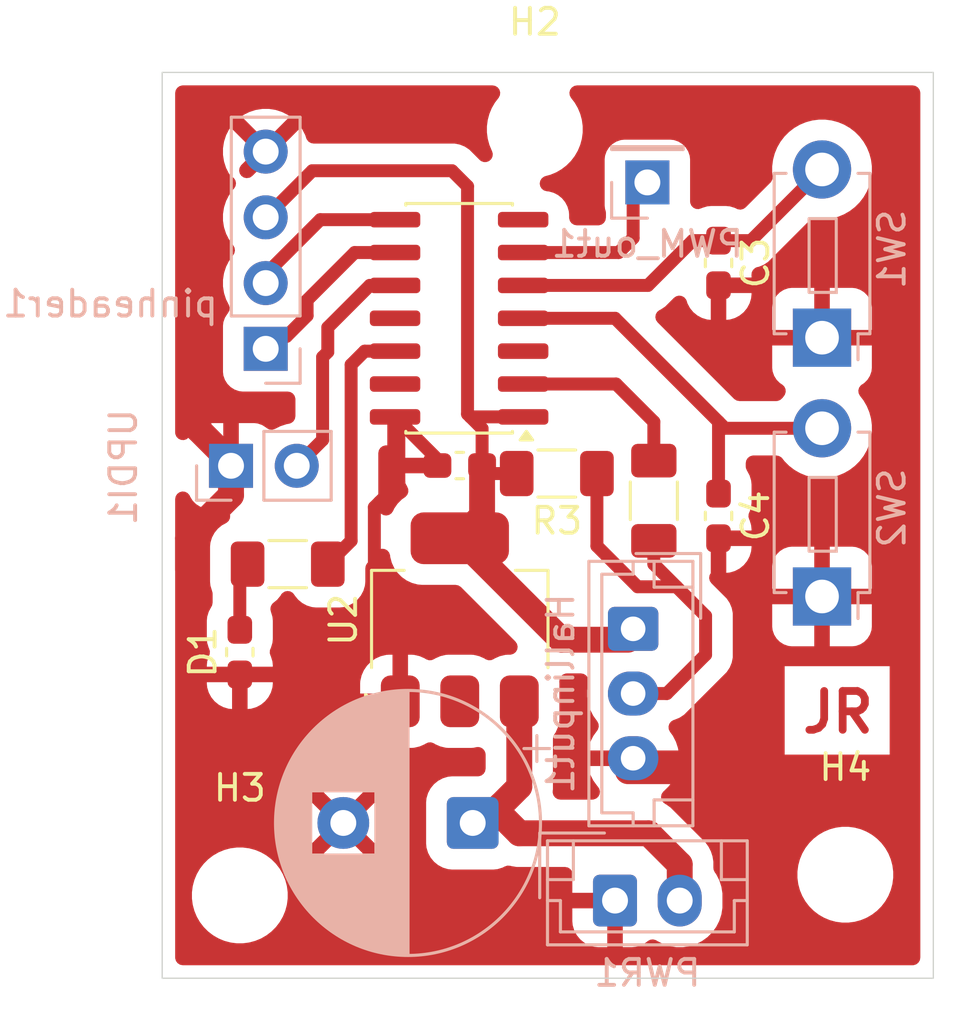
<source format=kicad_pcb>
(kicad_pcb (version 20241229) (generator "pcbnew") (generator_version "9.0")
  (layers (0 "F.Cu" signal) (2 "B.Cu" signal) (13 "F.Paste" user) (15 "B.Paste" user) (5 "F.SilkS" user "F.Silkscreen") (7 "B.SilkS" user "B.Silkscreen") (1 "F.Mask" user) (3 "B.Mask" user) (25 "Edge.Cuts" user))
  (net 0 "")
  (net 1 "Vin")
  (net 2 "GND")
  (net 3 "3.3V")
  (net 4 "PA7")
  (net 5 "PA6")
  (net 6 "Net-(D1-A)")
  (net 7 "Net-(Hallinput1-Pin_2)")
  (net 8 "Wo0")
  (net 9 "PA4")
  (net 10 "Net-(U1-PA2)")
  (net 14 "SCK")
  (net 16 "Net-(U1-~{RESET}{slash}PA0)")
  (net 17 "SDA")
  (footprint "Package_TO_SOT_SMD:SOT-223-3_TabPin2" (layer "F.Cu") (at 147.5 97.15 90)
    (property "Reference" "U2" (at 0 -4.5 90) (layer "F.SilkS"))
    (property "Value" "AMS1117-3.3" (hide yes))
    (fp_line (start 1.91 -3.41) (end 1.91 -2.15) (stroke (width 0.12)) (layer "F.SilkS"))
    (fp_line (start -1.85 -3.41) (end 1.91 -3.41) (stroke (width 0.12)) (layer "F.SilkS"))
    (fp_line (start 1.91 3.41) (end 1.91 2.15) (stroke (width 0.12)) (layer "F.SilkS"))
    (fp_line (start -1.85 3.41) (end 1.91 3.41) (stroke (width 0.12)) (layer "F.SilkS"))
    (fp_poly (pts (xy -3.13 -3.31) (xy -3.37 -3.64) (xy -2.89 -3.64) (xy -3.13 -3.31)) (stroke (width 0.12)) (fill yes) (layer "F.SilkS"))
    (pad "1" smd roundrect (at -3.15 -2.3 90) (size 2 1.5) (layers "F.Cu" "F.Mask" "F.Paste") (net 2 "GND"))
    (pad "2" smd roundrect (at -3.15 0 90) (size 2 1.5) (layers "F.Cu" "F.Mask" "F.Paste") (net 3 "3.3V"))
    (pad "2" smd roundrect (at 3.15 0 90) (size 2 3.8) (layers "F.Cu" "F.Mask" "F.Paste") (net 3 "3.3V"))
    (pad "3" smd roundrect (at -3.15 2.3 90) (size 2 1.5) (layers "F.Cu" "F.Mask" "F.Paste") (net 1 "Vin"))
  )
  (footprint "Resistor_SMD:R_1206_3216Metric_Pad1.30x1.75mm_HandSolder" (layer "F.Cu") (at 140.85 95 180)
    (property "Reference" "R2" (hide yes))
    (property "Value" "1k")
    (fp_line (start -0.727064 0.91) (end 0.727064 0.91) (stroke (width 0.12)) (layer "F.SilkS"))
    (fp_line (start -0.727064 -0.91) (end 0.727064 -0.91) (stroke (width 0.12)) (layer "F.SilkS"))
    (pad "1" smd roundrect (at -1.55 0 180) (size 1.3 1.75) (layers "F.Cu" "F.Mask" "F.Paste") (roundrect_rratio 0.192308) (net 10 "Net-(U1-PA2)"))
    (pad "2" smd roundrect (at 1.55 0 180) (size 1.3 1.75) (layers "F.Cu" "F.Mask" "F.Paste") (roundrect_rratio 0.192308) (net 6 "Net-(D1-A)"))
  )
  (footprint "Resistor_SMD:R_1206_3216Metric_Pad1.30x1.75mm_HandSolder" (layer "F.Cu") (at 151.25 91.5 180)
    (property "Reference" "R3" (at 0 -1.83 0) (layer "F.SilkS"))
    (property "Value" "4.7k")
    (fp_line (start -0.727064 0.91) (end 0.727064 0.91) (stroke (width 0.12)) (layer "F.SilkS"))
    (fp_line (start -0.727064 -0.91) (end 0.727064 -0.91) (stroke (width 0.12)) (layer "F.SilkS"))
    (pad "1" smd roundrect (at -1.55 0 180) (size 1.3 1.75) (layers "F.Cu" "F.Mask" "F.Paste") (roundrect_rratio 0.192308) (net 7 "Net-(Hallinput1-Pin_2)"))
    (pad "2" smd roundrect (at 1.55 0 180) (size 1.3 1.75) (layers "F.Cu" "F.Mask" "F.Paste") (roundrect_rratio 0.192308) (net 3 "3.3V"))
  )
  (footprint "Resistor_SMD:R_1206_3216Metric_Pad1.30x1.75mm_HandSolder" (layer "F.Cu") (at 155 92.55 -90)
    (property "Reference" "R1" (hide yes))
    (property "Value" "1k")
    (fp_line (start -0.727064 0.91) (end 0.727064 0.91) (stroke (width 0.12)) (layer "F.SilkS"))
    (fp_line (start -0.727064 -0.91) (end 0.727064 -0.91) (stroke (width 0.12)) (layer "F.SilkS"))
    (pad "1" smd roundrect (at -1.55 0 270) (size 1.3 1.75) (layers "F.Cu" "F.Mask" "F.Paste") (roundrect_rratio 0.192308) (net 9 "PA4"))
    (pad "2" smd roundrect (at 1.55 0 270) (size 1.3 1.75) (layers "F.Cu" "F.Mask" "F.Paste") (roundrect_rratio 0.192308) (net 7 "Net-(Hallinput1-Pin_2)"))
  )
  (footprint "Capacitor_SMD:C_0603_1608Metric_Pad1.08x0.95mm_HandSolder" (layer "F.Cu") (at 157.5 83.3625 -90)
    (property "Reference" "C3" (at 0 -1.43 90) (layer "F.SilkS"))
    (property "Value" "10n")
    (fp_line (start -0.146267 0.51) (end 0.146267 0.51) (stroke (width 0.12)) (layer "F.SilkS"))
    (fp_line (start -0.146267 -0.51) (end 0.146267 -0.51) (stroke (width 0.12)) (layer "F.SilkS"))
    (pad "1" smd roundrect (at -0.8625 0 270) (size 1.075 0.95) (layers "F.Cu" "F.Mask" "F.Paste") (net 4 "PA7"))
    (pad "2" smd roundrect (at 0.8625 0 270) (size 1.075 0.95) (layers "F.Cu" "F.Mask" "F.Paste") (net 2 "GND"))
  )
  (footprint "Capacitor_SMD:C_0603_1608Metric_Pad1.08x0.95mm_HandSolder" (layer "F.Cu") (at 139 98.4 90)
    (property "Reference" "D1" (at 0 -1.43 90) (layer "F.SilkS"))
    (property "Value" "LED")
    (fp_line (start -0.146267 -0.51) (end 0.146267 -0.51) (stroke (width 0.12)) (layer "F.SilkS"))
    (fp_line (start -0.146267 0.51) (end 0.146267 0.51) (stroke (width 0.12)) (layer "F.SilkS"))
    (pad "1" smd roundrect (at -0.8625 0 90) (size 1.075 0.95) (layers "F.Cu" "F.Mask" "F.Paste") (net 2 "GND"))
    (pad "2" smd roundrect (at 0.8625 0 90) (size 1.075 0.95) (layers "F.Cu" "F.Mask" "F.Paste") (net 6 "Net-(D1-A)"))
  )
  (footprint "Capacitor_SMD:C_0603_1608Metric_Pad1.08x0.95mm_HandSolder" (layer "F.Cu") (at 157.5 93.1375 -90)
    (property "Reference" "C4" (at 0 -1.43 90) (layer "F.SilkS"))
    (property "Value" "10n")
    (fp_line (start -0.146267 0.51) (end 0.146267 0.51) (stroke (width 0.12)) (layer "F.SilkS"))
    (fp_line (start -0.146267 -0.51) (end 0.146267 -0.51) (stroke (width 0.12)) (layer "F.SilkS"))
    (pad "1" smd roundrect (at -0.8625 0 270) (size 1.075 0.95) (layers "F.Cu" "F.Mask" "F.Paste") (net 5 "PA6"))
    (pad "2" smd roundrect (at 0.8625 0 270) (size 1.075 0.95) (layers "F.Cu" "F.Mask" "F.Paste") (net 2 "GND"))
  )
  (footprint "MountingHole:MountingHole_3.2mm_M3" (layer "F.Cu") (at 139 107.8)
    (property "Reference" "H3" (at 0 -4.15 0) (layer "F.SilkS"))
    (property "Value" "MountingHole")
    (pad "" np_thru_hole circle (at 0 0) (size 3.2 3.2) (drill 3.2) (layers "*.Cu" "*.Mask"))
  )
  (footprint "MountingHole:MountingHole_3.2mm_M3" (layer "F.Cu") (at 162.4 107)
    (property "Reference" "H4" (at 0 -4.15 0) (layer "F.SilkS"))
    (property "Value" "MountingHole")
    (pad "" np_thru_hole circle (at 0 0) (size 3.2 3.2) (drill 3.2) (layers "*.Cu" "*.Mask"))
  )
  (footprint "MountingHole:MountingHole_3.2mm_M3" (layer "F.Cu") (at 150.4 78.2)
    (property "Reference" "H2" (at 0 -4.15 0) (layer "F.SilkS"))
    (property "Value" "MountingHole")
    (pad "" np_thru_hole circle (at 0 0) (size 3.2 3.2) (drill 3.2) (layers "*.Cu" "*.Mask"))
  )
  (footprint "Package_SO:SOIC-14_3.9x8.7mm_P1.27mm" (layer "F.Cu") (at 147.475 85.5 180)
    (property "Reference" "U1" (hide yes))
    (property "Value" "ATtiny814-SS")
    (fp_line (start 2.06 4.435) (end -2.06 4.435) (stroke (width 0.12)) (layer "F.SilkS"))
    (fp_line (start 2.06 4.37) (end 2.06 4.435) (stroke (width 0.12)) (layer "F.SilkS"))
    (fp_line (start 2.06 -4.435) (end 2.06 -4.37) (stroke (width 0.12)) (layer "F.SilkS"))
    (fp_line (start -2.06 4.435) (end -2.06 4.37) (stroke (width 0.12)) (layer "F.SilkS"))
    (fp_line (start -2.06 -4.37) (end -2.06 -4.435) (stroke (width 0.12)) (layer "F.SilkS"))
    (fp_line (start -2.06 -4.435) (end 2.06 -4.435) (stroke (width 0.12)) (layer "F.SilkS"))
    (fp_poly (pts (xy -2.6 -4.37) (xy -2.84 -4.7) (xy -2.36 -4.7)) (stroke (width 0.12)) (fill yes) (layer "F.SilkS"))
    (pad "1" smd roundrect (at -2.475 -3.81 180) (size 1.95 0.6) (layers "F.Cu" "F.Mask" "F.Paste") (net 3 "3.3V"))
    (pad "2" smd roundrect (at -2.475 -2.54 180) (size 1.95 0.6) (layers "F.Cu" "F.Mask" "F.Paste") (net 9 "PA4"))
    (pad "3" smd roundrect (at -2.475 -1.27 180) (size 1.95 0.6) (layers "F.Cu" "F.Mask" "F.Paste"))
    (pad "4" smd roundrect (at -2.475 0 180) (size 1.95 0.6) (layers "F.Cu" "F.Mask" "F.Paste") (net 5 "PA6"))
    (pad "5" smd roundrect (at -2.475 1.27 180) (size 1.95 0.6) (layers "F.Cu" "F.Mask" "F.Paste") (net 4 "PA7"))
    (pad "6" smd roundrect (at -2.475 2.54 180) (size 1.95 0.6) (layers "F.Cu" "F.Mask" "F.Paste") (net 8 "Wo0"))
    (pad "7" smd roundrect (at -2.475 3.81 180) (size 1.95 0.6) (layers "F.Cu" "F.Mask" "F.Paste"))
    (pad "8" smd roundrect (at 2.475 3.81 180) (size 1.95 0.6) (layers "F.Cu" "F.Mask" "F.Paste") (net 17 "SDA"))
    (pad "9" smd roundrect (at 2.475 2.54 180) (size 1.95 0.6) (layers "F.Cu" "F.Mask" "F.Paste") (net 14 "SCK"))
    (pad "10" smd roundrect (at 2.475 1.27 180) (size 1.95 0.6) (layers "F.Cu" "F.Mask" "F.Paste") (net 16 "Net-(U1-~{RESET}{slash}PA0)"))
    (pad "11" smd roundrect (at 2.475 0 180) (size 1.95 0.6) (layers "F.Cu" "F.Mask" "F.Paste"))
    (pad "12" smd roundrect (at 2.475 -1.27 180) (size 1.95 0.6) (layers "F.Cu" "F.Mask" "F.Paste") (net 10 "Net-(U1-PA2)"))
    (pad "13" smd roundrect (at 2.475 -2.54 180) (size 1.95 0.6) (layers "F.Cu" "F.Mask" "F.Paste"))
    (pad "14" smd roundrect (at 2.475 -3.81 180) (size 1.95 0.6) (layers "F.Cu" "F.Mask" "F.Paste") (net 2 "GND"))
  )
  (footprint "Capacitor_SMD:C_0603_1608Metric_Pad1.08x0.95mm_HandSolder" (layer "F.Cu") (at 147.5 91.19 180)
    (property "Reference" "C2" (hide yes))
    (property "Value" "10u")
    (fp_line (start -0.146267 0.51) (end 0.146267 0.51) (stroke (width 0.12)) (layer "F.SilkS"))
    (fp_line (start -0.146267 -0.51) (end 0.146267 -0.51) (stroke (width 0.12)) (layer "F.SilkS"))
    (pad "1" smd roundrect (at -0.8625 0 180) (size 1.075 0.95) (layers "F.Cu" "F.Mask" "F.Paste") (net 3 "3.3V"))
    (pad "2" smd roundrect (at 0.8625 0 180) (size 1.075 0.95) (layers "F.Cu" "F.Mask" "F.Paste") (net 2 "GND"))
  )
  (footprint "Button_Switch_THT:SW_PUSH_1P1T_6x3.5mm_H5.0_APEM_MJTP1250" (layer "B.Cu") (at 161.5 96.25 90)
    (property "Reference" "SW2" (at 3.42 2.7 90) (layer "B.SilkS") (effects (justify mirror)))
    (property "Value" "SW_Push" (hide yes))
    (fp_line (start 0.15 -1.85) (end 6.35 -1.85) (stroke (width 0.12)) (layer "B.SilkS"))
    (fp_line (start 6.35 -1.39) (end 6.35 -1.85) (stroke (width 0.12)) (layer "B.SilkS"))
    (fp_line (start 0.15 -1.39) (end 0.15 -1.85) (stroke (width 0.12)) (layer "B.SilkS"))
    (fp_line (start 0.15 1.39) (end -0.85 1.39) (stroke (width 0.12)) (layer "B.SilkS"))
    (fp_line (start 6.35 1.85) (end 6.35 1.39) (stroke (width 0.12)) (layer "B.SilkS"))
    (fp_line (start 6.35 1.85) (end 0.15 1.85) (stroke (width 0.12)) (layer "B.SilkS"))
    (fp_line (start 0.15 1.85) (end 0.15 1.39) (stroke (width 0.12)) (layer "B.SilkS"))
    (fp_rect (start 1.75 0.55) (end 4.6 -0.5) (stroke (width 0.12)) (fill no) (layer "B.SilkS"))
    (pad "1" thru_hole rect (at 0 0) (size 2.25 2.25) (drill 1.3) (layers "*.Cu" "*.Mask") (net 2 "GND"))
    (pad "2" thru_hole circle (at 6.5 0) (size 2.25 2.25) (drill 1.3) (layers "*.Cu" "*.Mask") (net 5 "PA6"))
  )
  (footprint "Connector_PinSocket_2.54mm:PinSocket_1x04_P2.54mm_Vertical" (layer "B.Cu") (at 140 86.68)
    (property "Reference" "pinheader1" (at -6 -1.74 0) (layer "B.SilkS") (effects (justify mirror)))
    (property "Value" "Conn_01x04_Socket")
    (fp_line (start -1.33 -8.95) (end 1.33 -8.95) (stroke (width 0.12)) (layer "B.SilkS"))
    (fp_line (start -1.33 -1.27) (end -1.33 -8.95) (stroke (width 0.12)) (layer "B.SilkS"))
    (fp_line (start -1.33 -1.27) (end 1.33 -1.27) (stroke (width 0.12)) (layer "B.SilkS"))
    (fp_line (start 0 1.33) (end 1.33 1.33) (stroke (width 0.12)) (layer "B.SilkS"))
    (fp_line (start 1.33 -1.27) (end 1.33 -8.95) (stroke (width 0.12)) (layer "B.SilkS"))
    (fp_line (start 1.33 1.33) (end 1.33 0) (stroke (width 0.12)) (layer "B.SilkS"))
    (pad "1" thru_hole rect (at 0 0) (size 1.7 1.7) (drill 1) (layers "*.Cu" "*.Mask") (net 14 "SCK"))
    (pad "2" thru_hole circle (at 0 -2.54) (size 1.7 1.7) (drill 1) (layers "*.Cu" "*.Mask") (net 17 "SDA"))
    (pad "3" thru_hole circle (at 0 -5.08) (size 1.7 1.7) (drill 1) (layers "*.Cu" "*.Mask") (net 3 "3.3V"))
    (pad "4" thru_hole circle (at 0 -7.62) (size 1.7 1.7) (drill 1) (layers "*.Cu" "*.Mask") (net 2 "GND"))
  )
  (footprint "Button_Switch_THT:SW_PUSH_1P1T_6x3.5mm_H5.0_APEM_MJTP1250" (layer "B.Cu") (at 161.5 86.25 90)
    (property "Reference" "SW1" (at 3.42 2.7 90) (layer "B.SilkS") (effects (justify mirror)))
    (property "Value" "SW_Push")
    (fp_line (start 0.15 -1.85) (end 6.35 -1.85) (stroke (width 0.12)) (layer "B.SilkS"))
    (fp_line (start 6.35 -1.39) (end 6.35 -1.85) (stroke (width 0.12)) (layer "B.SilkS"))
    (fp_line (start 0.15 -1.39) (end 0.15 -1.85) (stroke (width 0.12)) (layer "B.SilkS"))
    (fp_line (start 0.15 1.39) (end -0.85 1.39) (stroke (width 0.12)) (layer "B.SilkS"))
    (fp_line (start 6.35 1.85) (end 6.35 1.39) (stroke (width 0.12)) (layer "B.SilkS"))
    (fp_line (start 6.35 1.85) (end 0.15 1.85) (stroke (width 0.12)) (layer "B.SilkS"))
    (fp_line (start 0.15 1.85) (end 0.15 1.39) (stroke (width 0.12)) (layer "B.SilkS"))
    (fp_rect (start 1.75 0.55) (end 4.6 -0.5) (stroke (width 0.12)) (fill no) (layer "B.SilkS"))
    (pad "1" thru_hole rect (at 0 0) (size 2.25 2.25) (drill 1.3) (layers "*.Cu" "*.Mask") (net 2 "GND"))
    (pad "2" thru_hole circle (at 6.5 0) (size 2.25 2.25) (drill 1.3) (layers "*.Cu" "*.Mask") (net 4 "PA7"))
  )
  (footprint "Connector_PinHeader_2.54mm:PinHeader_1x01_P2.54mm_Vertical" (layer "B.Cu") (at 154.75 80.25)
    (property "Reference" "PWM_out1" (at 0 2.38 180) (layer "B.SilkS") (effects (justify mirror)))
    (property "Value" "Conn_01x01")
    (fp_line (start -1.38 -1.38) (end 1.38 -1.38) (stroke (width 0.12)) (layer "B.SilkS"))
    (fp_line (start -1.38 -1.27) (end -1.38 -1.38) (stroke (width 0.12)) (layer "B.SilkS"))
    (fp_line (start -1.38 -1.27) (end 1.38 -1.27) (stroke (width 0.12)) (layer "B.SilkS"))
    (fp_line (start -1.38 0) (end -1.38 1.38) (stroke (width 0.12)) (layer "B.SilkS"))
    (fp_line (start -1.38 1.38) (end 0 1.38) (stroke (width 0.12)) (layer "B.SilkS"))
    (fp_line (start 1.38 -1.27) (end 1.38 -1.38) (stroke (width 0.12)) (layer "B.SilkS"))
    (pad "1" thru_hole rect (at 0 0) (size 1.7 1.7) (drill 1) (layers "*.Cu" "*.Mask") (net 8 "Wo0"))
  )
  (footprint "Capacitor_THT:CP_Radial_D10.0mm_P5.00mm" (layer "B.Cu") (at 148 105 180)
    (property "Reference" "C1" (hide yes))
    (property "Value" "100u")
    (fp_line (start 7.58 0.599) (end 7.58 -0.599) (stroke (width 0.12)) (layer "B.SilkS"))
    (fp_line (start 7.54 0.862) (end 7.54 -0.862) (stroke (width 0.12)) (layer "B.SilkS"))
    (fp_line (start 7.5 1.062) (end 7.5 -1.062) (stroke (width 0.12)) (layer "B.SilkS"))
    (fp_line (start 7.46 1.23) (end 7.46 -1.23) (stroke (width 0.12)) (layer "B.SilkS"))
    (fp_line (start 7.42 1.377) (end 7.42 -1.377) (stroke (width 0.12)) (layer "B.SilkS"))
    (fp_line (start 7.38 1.509) (end 7.38 -1.509) (stroke (width 0.12)) (layer "B.SilkS"))
    (fp_line (start 7.34 1.63) (end 7.34 -1.63) (stroke (width 0.12)) (layer "B.SilkS"))
    (fp_line (start 7.3 1.742) (end 7.3 -1.742) (stroke (width 0.12)) (layer "B.SilkS"))
    (fp_line (start 7.26 1.846) (end 7.26 -1.846) (stroke (width 0.12)) (layer "B.SilkS"))
    (fp_line (start 7.22 1.944) (end 7.22 -1.944) (stroke (width 0.12)) (layer "B.SilkS"))
    (fp_line (start 7.18 2.037) (end 7.18 -2.037) (stroke (width 0.12)) (layer "B.SilkS"))
    (fp_line (start 7.14 2.124) (end 7.14 -2.124) (stroke (width 0.12)) (layer "B.SilkS"))
    (fp_line (start 7.1 2.208) (end 7.1 -2.208) (stroke (width 0.12)) (layer "B.SilkS"))
    (fp_line (start 7.06 2.288) (end 7.06 -2.288) (stroke (width 0.12)) (layer "B.SilkS"))
    (fp_line (start 7.02 2.365) (end 7.02 -2.365) (stroke (width 0.12)) (layer "B.SilkS"))
    (fp_line (start 6.98 2.439) (end 6.98 -2.439) (stroke (width 0.12)) (layer "B.SilkS"))
    (fp_line (start 6.94 2.51) (end 6.94 -2.51) (stroke (width 0.12)) (layer "B.SilkS"))
    (fp_line (start 6.9 2.578) (end 6.9 -2.578) (stroke (width 0.12)) (layer "B.SilkS"))
    (fp_line (start 6.86 2.644) (end 6.86 -2.644) (stroke (width 0.12)) (layer "B.SilkS"))
    (fp_line (start 6.82 2.708) (end 6.82 -2.708) (stroke (width 0.12)) (layer "B.SilkS"))
    (fp_line (start 6.78 2.77) (end 6.78 -2.77) (stroke (width 0.12)) (layer "B.SilkS"))
    (fp_line (start 6.74 2.83) (end 6.74 -2.83) (stroke (width 0.12)) (layer "B.SilkS"))
    (fp_line (start 6.7 2.888) (end 6.7 -2.888) (stroke (width 0.12)) (layer "B.SilkS"))
    (fp_line (start 6.66 2.945) (end 6.66 -2.945) (stroke (width 0.12)) (layer "B.SilkS"))
    (fp_line (start 6.62 3) (end 6.62 -3) (stroke (width 0.12)) (layer "B.SilkS"))
    (fp_line (start 6.58 3.053) (end 6.58 -3.053) (stroke (width 0.12)) (layer "B.SilkS"))
    (fp_line (start 6.54 3.105) (end 6.54 -3.105) (stroke (width 0.12)) (layer "B.SilkS"))
    (fp_line (start 6.5 3.156) (end 6.5 -3.156) (stroke (width 0.12)) (layer "B.SilkS"))
    (fp_line (start 6.46 3.205) (end 6.46 -3.205) (stroke (width 0.12)) (layer "B.SilkS"))
    (fp_line (start 6.42 3.254) (end 6.42 -3.254) (stroke (width 0.12)) (layer "B.SilkS"))
    (fp_line (start 6.38 3.301) (end 6.38 -3.301) (stroke (width 0.12)) (layer "B.SilkS"))
    (fp_line (start 6.34 3.347) (end 6.34 -3.347) (stroke (width 0.12)) (layer "B.SilkS"))
    (fp_line (start 6.3 3.391) (end 6.3 -3.391) (stroke (width 0.12)) (layer "B.SilkS"))
    (fp_line (start 6.26 3.435) (end 6.26 -3.435) (stroke (width 0.12)) (layer "B.SilkS"))
    (fp_line (start 6.22 3.478) (end 6.22 1.24) (stroke (width 0.12)) (layer "B.SilkS"))
    (fp_line (start 6.22 -1.24) (end 6.22 -3.478) (stroke (width 0.12)) (layer "B.SilkS"))
    (fp_line (start 6.18 3.52) (end 6.18 1.24) (stroke (width 0.12)) (layer "B.SilkS"))
    (fp_line (start 6.18 -1.24) (end 6.18 -3.52) (stroke (width 0.12)) (layer "B.SilkS"))
    (fp_line (start 6.14 3.561) (end 6.14 1.24) (stroke (width 0.12)) (layer "B.SilkS"))
    (fp_line (start 6.14 -1.24) (end 6.14 -3.561) (stroke (width 0.12)) (layer "B.SilkS"))
    (fp_line (start 6.1 3.601) (end 6.1 1.24) (stroke (width 0.12)) (layer "B.SilkS"))
    (fp_line (start 6.1 -1.24) (end 6.1 -3.601) (stroke (width 0.12)) (layer "B.SilkS"))
    (fp_line (start 6.06 3.64) (end 6.06 1.24) (stroke (width 0.12)) (layer "B.SilkS"))
    (fp_line (start 6.06 -1.24) (end 6.06 -3.64) (stroke (width 0.12)) (layer "B.SilkS"))
    (fp_line (start 6.02 3.678) (end 6.02 1.24) (stroke (width 0.12)) (layer "B.SilkS"))
    (fp_line (start 6.02 -1.24) (end 6.02 -3.678) (stroke (width 0.12)) (layer "B.SilkS"))
    (fp_line (start 5.98 3.716) (end 5.98 1.24) (stroke (width 0.12)) (layer "B.SilkS"))
    (fp_line (start 5.98 -1.24) (end 5.98 -3.716) (stroke (width 0.12)) (layer "B.SilkS"))
    (fp_line (start 5.94 3.752) (end 5.94 1.24) (stroke (width 0.12)) (layer "B.SilkS"))
    (fp_line (start 5.94 -1.24) (end 5.94 -3.752) (stroke (width 0.12)) (layer "B.SilkS"))
    (fp_line (start 5.9 3.788) (end 5.9 1.24) (stroke (width 0.12)) (layer "B.SilkS"))
    (fp_line (start 5.9 -1.24) (end 5.9 -3.788) (stroke (width 0.12)) (layer "B.SilkS"))
    (fp_line (start 5.86 3.823) (end 5.86 1.24) (stroke (width 0.12)) (layer "B.SilkS"))
    (fp_line (start 5.86 -1.24) (end 5.86 -3.823) (stroke (width 0.12)) (layer "B.SilkS"))
    (fp_line (start 5.82 3.858) (end 5.82 1.24) (stroke (width 0.12)) (layer "B.SilkS"))
    (fp_line (start 5.82 -1.24) (end 5.82 -3.858) (stroke (width 0.12)) (layer "B.SilkS"))
    (fp_line (start 5.78 3.891) (end 5.78 1.24) (stroke (width 0.12)) (layer "B.SilkS"))
    (fp_line (start 5.78 -1.24) (end 5.78 -3.891) (stroke (width 0.12)) (layer "B.SilkS"))
    (fp_line (start 5.74 3.924) (end 5.74 1.24) (stroke (width 0.12)) (layer "B.SilkS"))
    (fp_line (start 5.74 -1.24) (end 5.74 -3.924) (stroke (width 0.12)) (layer "B.SilkS"))
    (fp_line (start 5.7 3.957) (end 5.7 1.24) (stroke (width 0.12)) (layer "B.SilkS"))
    (fp_line (start 5.7 -1.24) (end 5.7 -3.957) (stroke (width 0.12)) (layer "B.SilkS"))
    (fp_line (start 5.66 3.988) (end 5.66 1.24) (stroke (width 0.12)) (layer "B.SilkS"))
    (fp_line (start 5.66 -1.24) (end 5.66 -3.988) (stroke (width 0.12)) (layer "B.SilkS"))
    (fp_line (start 5.62 4.02) (end 5.62 1.24) (stroke (width 0.12)) (layer "B.SilkS"))
    (fp_line (start 5.62 -1.24) (end 5.62 -4.02) (stroke (width 0.12)) (layer "B.SilkS"))
    (fp_line (start 5.58 4.05) (end 5.58 1.24) (stroke (width 0.12)) (layer "B.SilkS"))
    (fp_line (start 5.58 -1.24) (end 5.58 -4.05) (stroke (width 0.12)) (layer "B.SilkS"))
    (fp_line (start 5.54 4.08) (end 5.54 1.24) (stroke (width 0.12)) (layer "B.SilkS"))
    (fp_line (start 5.54 -1.24) (end 5.54 -4.08) (stroke (width 0.12)) (layer "B.SilkS"))
    (fp_line (start 5.5 4.109) (end 5.5 1.24) (stroke (width 0.12)) (layer "B.SilkS"))
    (fp_line (start 5.5 -1.24) (end 5.5 -4.109) (stroke (width 0.12)) (layer "B.SilkS"))
    (fp_line (start 5.46 4.138) (end 5.46 1.24) (stroke (width 0.12)) (layer "B.SilkS"))
    (fp_line (start 5.46 -1.24) (end 5.46 -4.138) (stroke (width 0.12)) (layer "B.SilkS"))
    (fp_line (start 5.42 4.166) (end 5.42 1.24) (stroke (width 0.12)) (layer "B.SilkS"))
    (fp_line (start 5.42 -1.24) (end 5.42 -4.166) (stroke (width 0.12)) (layer "B.SilkS"))
    (fp_line (start 5.38 4.193) (end 5.38 1.24) (stroke (width 0.12)) (layer "B.SilkS"))
    (fp_line (start 5.38 -1.24) (end 5.38 -4.193) (stroke (width 0.12)) (layer "B.SilkS"))
    (fp_line (start 5.34 4.22) (end 5.34 1.24) (stroke (width 0.12)) (layer "B.SilkS"))
    (fp_line (start 5.34 -1.24) (end 5.34 -4.22) (stroke (width 0.12)) (layer "B.SilkS"))
    (fp_line (start 5.3 4.247) (end 5.3 1.24) (stroke (width 0.12)) (layer "B.SilkS"))
    (fp_line (start 5.3 -1.24) (end 5.3 -4.247) (stroke (width 0.12)) (layer "B.SilkS"))
    (fp_line (start 5.26 4.272) (end 5.26 1.24) (stroke (width 0.12)) (layer "B.SilkS"))
    (fp_line (start 5.26 -1.24) (end 5.26 -4.272) (stroke (width 0.12)) (layer "B.SilkS"))
    (fp_line (start 5.22 4.298) (end 5.22 1.24) (stroke (width 0.12)) (layer "B.SilkS"))
    (fp_line (start 5.22 -1.24) (end 5.22 -4.298) (stroke (width 0.12)) (layer "B.SilkS"))
    (fp_line (start 5.18 4.323) (end 5.18 1.24) (stroke (width 0.12)) (layer "B.SilkS"))
    (fp_line (start 5.18 -1.24) (end 5.18 -4.323) (stroke (width 0.12)) (layer "B.SilkS"))
    (fp_line (start 5.14 4.347) (end 5.14 1.24) (stroke (width 0.12)) (layer "B.SilkS"))
    (fp_line (start 5.14 -1.24) (end 5.14 -4.347) (stroke (width 0.12)) (layer "B.SilkS"))
    (fp_line (start 5.1 4.371) (end 5.1 1.24) (stroke (width 0.12)) (layer "B.SilkS"))
    (fp_line (start 5.1 -1.24) (end 5.1 -4.371) (stroke (width 0.12)) (layer "B.SilkS"))
    (fp_line (start 5.06 4.394) (end 5.06 1.24) (stroke (width 0.12)) (layer "B.SilkS"))
    (fp_line (start 5.06 -1.24) (end 5.06 -4.394) (stroke (width 0.12)) (layer "B.SilkS"))
    (fp_line (start 5.02 4.417) (end 5.02 1.24) (stroke (width 0.12)) (layer "B.SilkS"))
    (fp_line (start 5.02 -1.24) (end 5.02 -4.417) (stroke (width 0.12)) (layer "B.SilkS"))
    (fp_line (start 4.98 4.439) (end 4.98 1.24) (stroke (width 0.12)) (layer "B.SilkS"))
    (fp_line (start 4.98 -1.24) (end 4.98 -4.439) (stroke (width 0.12)) (layer "B.SilkS"))
    (fp_line (start 4.94 4.461) (end 4.94 1.24) (stroke (width 0.12)) (layer "B.SilkS"))
    (fp_line (start 4.94 -1.24) (end 4.94 -4.461) (stroke (width 0.12)) (layer "B.SilkS"))
    (fp_line (start 4.9 4.483) (end 4.9 1.24) (stroke (width 0.12)) (layer "B.SilkS"))
    (fp_line (start 4.9 -1.24) (end 4.9 -4.483) (stroke (width 0.12)) (layer "B.SilkS"))
    (fp_line (start 4.86 4.504) (end 4.86 1.24) (stroke (width 0.12)) (layer "B.SilkS"))
    (fp_line (start 4.86 -1.24) (end 4.86 -4.504) (stroke (width 0.12)) (layer "B.SilkS"))
    (fp_line (start 4.82 4.524) (end 4.82 1.24) (stroke (width 0.12)) (layer "B.SilkS"))
    (fp_line (start 4.82 -1.24) (end 4.82 -4.524) (stroke (width 0.12)) (layer "B.SilkS"))
    (fp_line (start 4.78 4.544) (end 4.78 1.24) (stroke (width 0.12)) (layer "B.SilkS"))
    (fp_line (start 4.78 -1.24) (end 4.78 -4.544) (stroke (width 0.12)) (layer "B.SilkS"))
    (fp_line (start 4.74 4.564) (end 4.74 1.24) (stroke (width 0.12)) (layer "B.SilkS"))
    (fp_line (start 4.74 -1.24) (end 4.74 -4.564) (stroke (width 0.12)) (layer "B.SilkS"))
    (fp_line (start 4.7 4.583) (end 4.7 1.24) (stroke (width 0.12)) (layer "B.SilkS"))
    (fp_line (start 4.7 -1.24) (end 4.7 -4.583) (stroke (width 0.12)) (layer "B.SilkS"))
    (fp_line (start 4.66 4.602) (end 4.66 1.24) (stroke (width 0.12)) (layer "B.SilkS"))
    (fp_line (start 4.66 -1.24) (end 4.66 -4.602) (stroke (width 0.12)) (layer "B.SilkS"))
    (fp_line (start 4.62 4.62) (end 4.62 1.24) (stroke (width 0.12)) (layer "B.SilkS"))
    (fp_line (start 4.62 -1.24) (end 4.62 -4.62) (stroke (width 0.12)) (layer "B.SilkS"))
    (fp_line (start 4.58 4.638) (end 4.58 1.24) (stroke (width 0.12)) (layer "B.SilkS"))
    (fp_line (start 4.58 -1.24) (end 4.58 -4.638) (stroke (width 0.12)) (layer "B.SilkS"))
    (fp_line (start 4.54 4.656) (end 4.54 1.24) (stroke (width 0.12)) (layer "B.SilkS"))
    (fp_line (start 4.54 -1.24) (end 4.54 -4.656) (stroke (width 0.12)) (layer "B.SilkS"))
    (fp_line (start 4.5 4.673) (end 4.5 1.24) (stroke (width 0.12)) (layer "B.SilkS"))
    (fp_line (start 4.5 -1.24) (end 4.5 -4.673) (stroke (width 0.12)) (layer "B.SilkS"))
    (fp_line (start 4.46 4.69) (end 4.46 1.24) (stroke (width 0.12)) (layer "B.SilkS"))
    (fp_line (start 4.46 -1.24) (end 4.46 -4.69) (stroke (width 0.12)) (layer "B.SilkS"))
    (fp_line (start 4.42 4.706) (end 4.42 1.24) (stroke (width 0.12)) (layer "B.SilkS"))
    (fp_line (start 4.42 -1.24) (end 4.42 -4.706) (stroke (width 0.12)) (layer "B.SilkS"))
    (fp_line (start 4.38 4.722) (end 4.38 1.24) (stroke (width 0.12)) (layer "B.SilkS"))
    (fp_line (start 4.38 -1.24) (end 4.38 -4.722) (stroke (width 0.12)) (layer "B.SilkS"))
    (fp_line (start 4.34 4.738) (end 4.34 1.24) (stroke (width 0.12)) (layer "B.SilkS"))
    (fp_line (start 4.34 -1.24) (end 4.34 -4.738) (stroke (width 0.12)) (layer "B.SilkS"))
    (fp_line (start 4.3 4.753) (end 4.3 1.24) (stroke (width 0.12)) (layer "B.SilkS"))
    (fp_line (start 4.3 -1.24) (end 4.3 -4.753) (stroke (width 0.12)) (layer "B.SilkS"))
    (fp_line (start 4.26 4.768) (end 4.26 1.24) (stroke (width 0.12)) (layer "B.SilkS"))
    (fp_line (start 4.26 -1.24) (end 4.26 -4.768) (stroke (width 0.12)) (layer "B.SilkS"))
    (fp_line (start 4.22 4.782) (end 4.22 1.24) (stroke (width 0.12)) (layer "B.SilkS"))
    (fp_line (start 4.22 -1.24) (end 4.22 -4.782) (stroke (width 0.12)) (layer "B.SilkS"))
    (fp_line (start 4.18 4.797) (end 4.18 1.24) (stroke (width 0.12)) (layer "B.SilkS"))
    (fp_line (start 4.18 -1.24) (end 4.18 -4.797) (stroke (width 0.12)) (layer "B.SilkS"))
    (fp_line (start 4.14 4.81) (end 4.14 1.24) (stroke (width 0.12)) (layer "B.SilkS"))
    (fp_line (start 4.14 -1.24) (end 4.14 -4.81) (stroke (width 0.12)) (layer "B.SilkS"))
    (fp_line (start 4.1 4.824) (end 4.1 1.24) (stroke (width 0.12)) (layer "B.SilkS"))
    (fp_line (start 4.1 -1.24) (end 4.1 -4.824) (stroke (width 0.12)) (layer "B.SilkS"))
    (fp_line (start 4.06 4.837) (end 4.06 1.24) (stroke (width 0.12)) (layer "B.SilkS"))
    (fp_line (start 4.06 -1.24) (end 4.06 -4.837) (stroke (width 0.12)) (layer "B.SilkS"))
    (fp_line (start 4.02 4.849) (end 4.02 1.24) (stroke (width 0.12)) (layer "B.SilkS"))
    (fp_line (start 4.02 -1.24) (end 4.02 -4.849) (stroke (width 0.12)) (layer "B.SilkS"))
    (fp_line (start 3.98 4.861) (end 3.98 1.24) (stroke (width 0.12)) (layer "B.SilkS"))
    (fp_line (start 3.98 -1.24) (end 3.98 -4.861) (stroke (width 0.12)) (layer "B.SilkS"))
    (fp_line (start 3.94 4.873) (end 3.94 1.24) (stroke (width 0.12)) (layer "B.SilkS"))
    (fp_line (start 3.94 -1.24) (end 3.94 -4.873) (stroke (width 0.12)) (layer "B.SilkS"))
    (fp_line (start 3.9 4.885) (end 3.9 1.24) (stroke (width 0.12)) (layer "B.SilkS"))
    (fp_line (start 3.9 -1.24) (end 3.9 -4.885) (stroke (width 0.12)) (layer "B.SilkS"))
    (fp_line (start 3.86 4.896) (end 3.86 1.24) (stroke (width 0.12)) (layer "B.SilkS"))
    (fp_line (start 3.86 -1.24) (end 3.86 -4.896) (stroke (width 0.12)) (layer "B.SilkS"))
    (fp_line (start 3.82 4.907) (end 3.82 1.24) (stroke (width 0.12)) (layer "B.SilkS"))
    (fp_line (start 3.82 -1.24) (end 3.82 -4.907) (stroke (width 0.12)) (layer "B.SilkS"))
    (fp_line (start 3.78 4.917) (end 3.78 1.24) (stroke (width 0.12)) (layer "B.SilkS"))
    (fp_line (start 3.78 -1.24) (end 3.78 -4.917) (stroke (width 0.12)) (layer "B.SilkS"))
    (fp_line (start 3.74 4.928) (end 3.74 -4.928) (stroke (width 0.12)) (layer "B.SilkS"))
    (fp_line (start 3.7 4.937) (end 3.7 -4.937) (stroke (width 0.12)) (layer "B.SilkS"))
    (fp_line (start 3.66 4.947) (end 3.66 -4.947) (stroke (width 0.12)) (layer "B.SilkS"))
    (fp_line (start 3.62 4.956) (end 3.62 -4.956) (stroke (width 0.12)) (layer "B.SilkS"))
    (fp_line (start 3.58 4.965) (end 3.58 -4.965) (stroke (width 0.12)) (layer "B.SilkS"))
    (fp_line (start 3.54 4.973) (end 3.54 -4.973) (stroke (width 0.12)) (layer "B.SilkS"))
    (fp_line (start 3.5 4.981) (end 3.5 -4.981) (stroke (width 0.12)) (layer "B.SilkS"))
    (fp_line (start 3.46 4.989) (end 3.46 -4.989) (stroke (width 0.12)) (layer "B.SilkS"))
    (fp_line (start 3.42 4.997) (end 3.42 -4.997) (stroke (width 0.12)) (layer "B.SilkS"))
    (fp_line (start 3.38 5.004) (end 3.38 -5.004) (stroke (width 0.12)) (layer "B.SilkS"))
    (fp_line (start 3.34 5.011) (end 3.34 -5.011) (stroke (width 0.12)) (layer "B.SilkS"))
    (fp_line (start 3.3 5.017) (end 3.3 -5.017) (stroke (width 0.12)) (layer "B.SilkS"))
    (fp_line (start 3.26 5.023) (end 3.26 -5.023) (stroke (width 0.12)) (layer "B.SilkS"))
    (fp_line (start 3.22 5.029) (end 3.22 -5.029) (stroke (width 0.12)) (layer "B.SilkS"))
    (fp_line (start 3.18 5.035) (end 3.18 -5.035) (stroke (width 0.12)) (layer "B.SilkS"))
    (fp_line (start 3.14 5.04) (end 3.14 -5.04) (stroke (width 0.12)) (layer "B.SilkS"))
    (fp_line (start 3.1 5.045) (end 3.1 -5.045) (stroke (width 0.12)) (layer "B.SilkS"))
    (fp_line (start 3.06 5.049) (end 3.06 -5.049) (stroke (width 0.12)) (layer "B.SilkS"))
    (fp_line (start 3.02 5.054) (end 3.02 -5.054) (stroke (width 0.12)) (layer "B.SilkS"))
    (fp_line (start 2.98 5.057) (end 2.98 -5.057) (stroke (width 0.12)) (layer "B.SilkS"))
    (fp_line (start 2.94 5.061) (end 2.94 -5.061) (stroke (width 0.12)) (layer "B.SilkS"))
    (fp_line (start 2.9 5.064) (end 2.9 -5.064) (stroke (width 0.12)) (layer "B.SilkS"))
    (fp_line (start 2.86 5.067) (end 2.86 -5.067) (stroke (width 0.12)) (layer "B.SilkS"))
    (fp_line (start 2.82 5.07) (end 2.82 -5.07) (stroke (width 0.12)) (layer "B.SilkS"))
    (fp_line (start 2.78 5.072) (end 2.78 -5.072) (stroke (width 0.12)) (layer "B.SilkS"))
    (fp_line (start 2.74 5.074) (end 2.74 -5.074) (stroke (width 0.12)) (layer "B.SilkS"))
    (fp_line (start 2.7 5.076) (end 2.7 -5.076) (stroke (width 0.12)) (layer "B.SilkS"))
    (fp_line (start 2.66 5.077) (end 2.66 -5.077) (stroke (width 0.12)) (layer "B.SilkS"))
    (fp_line (start 2.62 5.079) (end 2.62 -5.079) (stroke (width 0.12)) (layer "B.SilkS"))
    (fp_line (start 2.58 5.079) (end 2.58 -5.079) (stroke (width 0.12)) (layer "B.SilkS"))
    (fp_line (start 2.54 5.08) (end 2.54 -5.08) (stroke (width 0.12)) (layer "B.SilkS"))
    (fp_line (start 2.5 5.08) (end 2.5 -5.08) (stroke (width 0.12)) (layer "B.SilkS"))
    (fp_line (start -2.479646 3.375) (end -2.479646 2.375) (stroke (width 0.12)) (layer "B.SilkS"))
    (fp_line (start -2.979646 2.875) (end -1.979646 2.875) (stroke (width 0.12)) (layer "B.SilkS"))
    (fp_circle (center 2.5 0) (end 7.62 0) (stroke (width 0.12)) (fill no) (layer "B.SilkS"))
    (pad "1" thru_hole roundrect (at 0 0 180) (size 2 2) (drill 1) (layers "*.Cu" "*.Mask") (roundrect_rratio 0.125) (net 1 "Vin"))
    (pad "2" thru_hole circle (at 5 0 180) (size 2 2) (drill 1) (layers "*.Cu" "*.Mask") (net 2 "GND"))
  )
  (footprint "Connector_JST:JST_EH_B2B-EH-A_1x02_P2.50mm_Vertical" (layer "B.Cu") (at 153.5 108)
    (property "Reference" "PWR1" (at 1.25 2.8 0) (layer "B.SilkS") (effects (justify mirror)))
    (property "Value" "Conn_01x02")
    (fp_line (start -2.91 -2.61) (end -0.41 -2.61) (stroke (width 0.12)) (layer "B.SilkS"))
    (fp_line (start -2.91 -0.11) (end -2.91 -2.61) (stroke (width 0.12)) (layer "B.SilkS"))
    (fp_line (start -2.61 -2.31) (end 5.11 -2.31) (stroke (width 0.12)) (layer "B.SilkS"))
    (fp_line (start -2.61 -0.81) (end -1.61 -0.81) (stroke (width 0.12)) (layer "B.SilkS"))
    (fp_line (start -2.61 0) (end -2.11 0) (stroke (width 0.12)) (layer "B.SilkS"))
    (fp_line (start -2.61 1.71) (end -2.61 -2.31) (stroke (width 0.12)) (layer "B.SilkS"))
    (fp_line (start -2.11 0) (end -2.11 1.21) (stroke (width 0.12)) (layer "B.SilkS"))
    (fp_line (start -2.11 1.21) (end 4.61 1.21) (stroke (width 0.12)) (layer "B.SilkS"))
    (fp_line (start -1.61 -0.81) (end -1.61 -2.31) (stroke (width 0.12)) (layer "B.SilkS"))
    (fp_line (start 4.11 -0.81) (end 4.11 -2.31) (stroke (width 0.12)) (layer "B.SilkS"))
    (fp_line (start 4.61 0) (end 5.11 0) (stroke (width 0.12)) (layer "B.SilkS"))
    (fp_line (start 4.61 1.21) (end 4.61 0) (stroke (width 0.12)) (layer "B.SilkS"))
    (fp_line (start 5.11 -2.31) (end 5.11 1.71) (stroke (width 0.12)) (layer "B.SilkS"))
    (fp_line (start 5.11 -0.81) (end 4.11 -0.81) (stroke (width 0.12)) (layer "B.SilkS"))
    (fp_line (start 5.11 1.71) (end -2.61 1.71) (stroke (width 0.12)) (layer "B.SilkS"))
    (pad "1" thru_hole roundrect (at 0 0) (size 1.7 2) (drill 1) (layers "*.Cu" "*.Mask") (roundrect_rratio 0.147059) (net 2 "GND"))
    (pad "2" thru_hole oval (at 2.5 0) (size 1.7 2) (drill 1) (layers "*.Cu" "*.Mask") (net 1 "Vin"))
  )
  (footprint "Connector_JST:JST_EH_B3B-EH-A_1x03_P2.50mm_Vertical" (layer "B.Cu") (at 154.2 97.5 -90)
    (property "Reference" "Hallinput1" (at 2.5 2.8 90) (layer "B.SilkS") (effects (justify mirror)))
    (property "Value" "Conn_01x03")
    (fp_line (start -2.61 1.71) (end -2.61 -2.31) (stroke (width 0.12)) (layer "B.SilkS"))
    (fp_line (start 7.61 1.71) (end -2.61 1.71) (stroke (width 0.12)) (layer "B.SilkS"))
    (fp_line (start -2.11 1.21) (end 7.11 1.21) (stroke (width 0.12)) (layer "B.SilkS"))
    (fp_line (start 7.11 1.21) (end 7.11 0) (stroke (width 0.12)) (layer "B.SilkS"))
    (fp_line (start -2.61 0) (end -2.11 0) (stroke (width 0.12)) (layer "B.SilkS"))
    (fp_line (start -2.11 0) (end -2.11 1.21) (stroke (width 0.12)) (layer "B.SilkS"))
    (fp_line (start 7.11 0) (end 7.61 0) (stroke (width 0.12)) (layer "B.SilkS"))
    (fp_line (start -2.91 -0.11) (end -2.91 -2.61) (stroke (width 0.12)) (layer "B.SilkS"))
    (fp_line (start -2.61 -0.81) (end -1.61 -0.81) (stroke (width 0.12)) (layer "B.SilkS"))
    (fp_line (start -1.61 -0.81) (end -1.61 -2.31) (stroke (width 0.12)) (layer "B.SilkS"))
    (fp_line (start 6.61 -0.81) (end 6.61 -2.31) (stroke (width 0.12)) (layer "B.SilkS"))
    (fp_line (start 7.61 -0.81) (end 6.61 -0.81) (stroke (width 0.12)) (layer "B.SilkS"))
    (fp_line (start -2.61 -2.31) (end 7.61 -2.31) (stroke (width 0.12)) (layer "B.SilkS"))
    (fp_line (start 7.61 -2.31) (end 7.61 1.71) (stroke (width 0.12)) (layer "B.SilkS"))
    (fp_line (start -2.91 -2.61) (end -0.41 -2.61) (stroke (width 0.12)) (layer "B.SilkS"))
    (pad "1" thru_hole roundrect (at 0 0 270) (size 1.7 1.95) (drill 0.95) (layers "*.Cu" "*.Mask") (roundrect_rratio 0.147059) (net 3 "3.3V"))
    (pad "2" thru_hole oval (at 2.5 0 270) (size 1.7 1.95) (drill 0.95) (layers "*.Cu" "*.Mask") (net 7 "Net-(Hallinput1-Pin_2)"))
    (pad "3" thru_hole oval (at 5 0 270) (size 1.7 1.95) (drill 0.95) (layers "*.Cu" "*.Mask") (net 2 "GND"))
  )
  (footprint "Connector_PinSocket_2.54mm:PinSocket_1x02_P2.54mm_Vertical" (layer "B.Cu") (at 138.66 91.2 -90)
    (property "Reference" "UPDI1" (at 0.05 4.16 90) (layer "B.SilkS") (effects (justify mirror)))
    (property "Value" "Conn_01x02" (hide yes))
    (fp_line (start 0 1.33) (end 1.33 1.33) (stroke (width 0.12)) (layer "B.SilkS"))
    (fp_line (start 1.33 1.33) (end 1.33 0) (stroke (width 0.12)) (layer "B.SilkS"))
    (fp_line (start -1.33 -1.27) (end 1.33 -1.27) (stroke (width 0.12)) (layer "B.SilkS"))
    (fp_line (start -1.33 -1.27) (end -1.33 -3.87) (stroke (width 0.12)) (layer "B.SilkS"))
    (fp_line (start 1.33 -1.27) (end 1.33 -3.87) (stroke (width 0.12)) (layer "B.SilkS"))
    (fp_line (start -1.33 -3.87) (end 1.33 -3.87) (stroke (width 0.12)) (layer "B.SilkS"))
    (pad "1" thru_hole rect (at 0 0 270) (size 1.7 1.7) (drill 1) (layers "*.Cu" "*.Mask") (net 2 "GND"))
    (pad "2" thru_hole circle (at 0 -2.54 270) (size 1.7 1.7) (drill 1) (layers "*.Cu" "*.Mask") (net 16 "Net-(U1-~{RESET}{slash}PA0)"))
  )
  (gr_rect (start 136 76) (end 165.8 111) (stroke (width 0.05)) (fill no) (layer "Edge.Cuts"))
  (gr_text "JR\n" (at 160.6 101.6 0) (layer "F.Cu") (effects (font (size 1.5 1.5) (thickness 0.3) (bold yes)) (justify left bottom)))
  (segment (start 148 105) (end 148.4 105) (width 1) (layer "F.Cu") (net 1))
  (segment (start 149.8 105.4) (end 149.1 104.7) (width 1) (layer "F.Cu") (net 1))
  (segment (start 154.8 105.4) (end 149.8 105.4) (width 1) (layer "F.Cu") (net 1))
  (segment (start 156 108.2) (end 156 106.6) (width 1) (layer "F.Cu") (net 1))
  (segment (start 149.1 104.7) (end 149.1 104.3) (width 1) (layer "F.Cu") (net 1))
  (segment (start 156 106.6) (end 154.8 105.4) (width 1) (layer "F.Cu") (net 1))
  (segment (start 149.1 104.3) (end 149.8 103.6) (width 1) (layer "F.Cu") (net 1))
  (segment (start 149.8 103.6) (end 149.8 100.3) (width 1) (layer "F.Cu") (net 1))
  (segment (start 148.4 105) (end 149.1 104.3) (width 1) (layer "F.Cu") (net 1))
  (segment (start 146.6375 90.9475) (end 145 89.31) (width 0.5) (layer "F.Cu") (net 2))
  (segment (start 157.8 103) (end 158 103.2) (width 1) (layer "F.Cu") (net 2))
  (segment (start 145 89.31) (end 145.145 89.455) (width 0.5) (layer "F.Cu") (net 2))
  (segment (start 145.145 89.455) (end 145.145 91.855) (width 0.5) (layer "F.Cu") (net 2))
  (segment (start 137.4 93.6) (end 137 94) (width 1) (layer "F.Cu") (net 2))
  (segment (start 137.4 89.8) (end 137.4 87) (width 1) (layer "F.Cu") (net 2))
  (segment (start 138.66 91.06) (end 137.4 89.8) (width 1) (layer "F.Cu") (net 2))
  (segment (start 138.66 91.2) (end 138.66 92.34) (width 1) (layer "F.Cu") (net 2))
  (segment (start 145.145 91.855) (end 144.4 92.6) (width 0.5) (layer "F.Cu") (net 2))
  (segment (start 138.66 92.34) (end 137.4 93.6) (width 1) (layer "F.Cu") (net 2))
  (segment (start 144.2 92.8) (end 144.2 96.4) (width 0.5) (layer "F.Cu") (net 2))
  (segment (start 144.4 92.6) (end 144.2 92.8) (width 0.5) (layer "F.Cu") (net 2))
  (segment (start 137 94) (end 137 95.2) (width 1) (layer "F.Cu") (net 2))
  (segment (start 138.66 91.2) (end 138.66 91.06) (width 1) (layer "F.Cu") (net 2))
  (segment (start 154 103) (end 157.8 103) (width 1) (layer "F.Cu") (net 2))
  (segment (start 144.2 96.4) (end 144.2 97.8) (width 0.5) (layer "F.Cu") (net 2))
  (segment (start 144.2 97.8) (end 141.4 100.6) (width 0.5) (layer "F.Cu") (net 2))
  (segment (start 146.6375 91.19) (end 146.6375 90.9475) (width 0.5) (layer "F.Cu") (net 2))
  (segment (start 149.95 89.31) (end 147.91 89.31) (width 0.5) (layer "F.Cu") (net 3))
  (segment (start 147.5 94) (end 148.3625 93.1375) (width 1) (layer "F.Cu") (net 3))
  (segment (start 147.2 79.8) (end 141.8 79.8) (width 0.5) (layer "F.Cu") (net 3))
  (segment (start 148.3625 89.7625) (end 147.91 89.31) (width 0.5) (layer "F.Cu") (net 3))
  (segment (start 148.3625 91.19) (end 148.3625 89.7625) (width 0.5) (layer "F.Cu") (net 3))
  (segment (start 147.8 80.4) (end 147.2 79.8) (width 0.5) (layer "F.Cu") (net 3))
  (segment (start 141.8 79.8) (end 140 81.6) (width 0.5) (layer "F.Cu") (net 3))
  (segment (start 147.8 89.2) (end 147.8 80.4) (width 0.5) (layer "F.Cu") (net 3))
  (segment (start 149.7 91.5) (end 148.6725 91.5) (width 0.5) (layer "F.Cu") (net 3))
  (segment (start 148.6725 91.5) (end 148.3625 91.19) (width 0.5) (layer "F.Cu") (net 3))
  (segment (start 154 97.92) (end 151.42 97.92) (width 1) (layer "F.Cu") (net 3))
  (segment (start 147.5 94) (end 151.42 97.92) (width 1) (layer "F.Cu") (net 3))
  (segment (start 148.3625 93.1375) (end 148.3625 91.19) (width 1) (layer "F.Cu") (net 3))
  (segment (start 147.91 89.31) (end 147.8 89.2) (width 0.5) (layer "F.Cu") (net 3))
  (segment (start 157.5 82.5) (end 158.75 82.5) (width 0.5) (layer "F.Cu") (net 4))
  (segment (start 157.5 82.5) (end 156.5 82.5) (width 0.5) (layer "F.Cu") (net 4))
  (segment (start 158.75 82.5) (end 161.5 79.75) (width 0.5) (layer "F.Cu") (net 4))
  (segment (start 154.77 84.23) (end 149.95 84.23) (width 0.5) (layer "F.Cu") (net 4))
  (segment (start 156.5 82.5) (end 154.77 84.23) (width 0.5) (layer "F.Cu") (net 4))
  (segment (start 157.75 89.75) (end 157.5 89.5) (width 0.5) (layer "F.Cu") (net 5))
  (segment (start 157.5 92.275) (end 157.5 89.5) (width 0.5) (layer "F.Cu") (net 5))
  (segment (start 157.5 89.5) (end 153.5 85.5) (width 0.5) (layer "F.Cu") (net 5))
  (segment (start 153.5 85.5) (end 149.95 85.5) (width 0.5) (layer "F.Cu") (net 5))
  (segment (start 161.5 89.75) (end 157.75 89.75) (width 0.5) (layer "F.Cu") (net 5))
  (segment (start 139 97.5375) (end 139 95.3) (width 0.5) (layer "F.Cu") (net 6))
  (segment (start 139 95.3) (end 139.3 95) (width 0.5) (layer "F.Cu") (net 6))
  (segment (start 155.875 95.875) (end 157 97) (width 0.5) (layer "F.Cu") (net 7))
  (segment (start 157 98.5) (end 157 97) (width 0.5) (layer "F.Cu") (net 7))
  (segment (start 155.5 100) (end 157 98.5) (width 0.5) (layer "F.Cu") (net 7))
  (segment (start 152.8 94.3) (end 154.375 95.875) (width 0.5) (layer "F.Cu") (net 7))
  (segment (start 155 95) (end 155.875 95.875) (width 0.5) (layer "F.Cu") (net 7))
  (segment (start 154.2 100) (end 155.5 100) (width 0.5) (layer "F.Cu") (net 7))
  (segment (start 154.375 95.875) (end 155.875 95.875) (width 0.5) (layer "F.Cu") (net 7))
  (segment (start 152.8 91.5) (end 152.8 94.3) (width 0.5) (layer "F.Cu") (net 7))
  (segment (start 155 94.1) (end 155 95) (width 0.5) (layer "F.Cu") (net 7))
  (segment (start 153.64 82.96) (end 149.95 82.96) (width 0.5) (layer "F.Cu") (net 8))
  (segment (start 154.2 80.4) (end 154.2 82.4) (width 0.5) (layer "F.Cu") (net 8))
  (segment (start 154.2 82.4) (end 153.64 82.96) (width 0.5) (layer "F.Cu") (net 8))
  (segment (start 155 91) (end 155 89.5) (width 0.5) (layer "F.Cu") (net 9))
  (segment (start 153.54 88.04) (end 149.95 88.04) (width 0.5) (layer "F.Cu") (net 9))
  (segment (start 155 89.5) (end 153.54 88.04) (width 0.5) (layer "F.Cu") (net 9))
  (segment (start 143.825682 86.77) (end 143.301 87.294682) (width 0.5) (layer "F.Cu") (net 10))
  (segment (start 143.301 94.099) (end 142.4 95) (width 0.5) (layer "F.Cu") (net 10))
  (segment (start 145 86.77) (end 143.825682 86.77) (width 0.5) (layer "F.Cu") (net 10))
  (segment (start 143.301 87.294682) (end 143.301 94.099) (width 0.5) (layer "F.Cu") (net 10))
  (segment (start 140.48 86.2) (end 140 86.68) (width 0.5) (layer "F.Cu") (net 14))
  (segment (start 140.8 86.2) (end 140.48 86.2) (width 0.5) (layer "F.Cu") (net 14))
  (segment (start 141.6 84.8) (end 141.6 85.4) (width 0.5) (layer "F.Cu") (net 14))
  (segment (start 141.6 85.4) (end 140.8 86.2) (width 0.5) (layer "F.Cu") (net 14))
  (segment (start 145 82.96) (end 143.44 82.96) (width 0.5) (layer "F.Cu") (net 14))
  (segment (start 143.44 82.96) (end 141.6 84.8) (width 0.5) (layer "F.Cu") (net 14))
  (segment (start 144.025001 82.96) (end 145 82.96) (width 0.2) (layer "F.Cu") (net 14))
  (segment (start 142.4 86.8) (end 142.2 87) (width 0.5) (layer "F.Cu") (net 16))
  (segment (start 142.4 85.855001) (end 142.4 86.8) (width 0.5) (layer "F.Cu") (net 16))
  (segment (start 142.2 87) (end 142.2 90.2) (width 0.5) (layer "F.Cu") (net 16))
  (segment (start 144.025001 84.23) (end 142.4 85.855001) (width 0.5) (layer "F.Cu") (net 16))
  (segment (start 142.2 90.2) (end 141.2 91.2) (width 0.5) (layer "F.Cu") (net 16))
  (segment (start 145 84.23) (end 144.025001 84.23) (width 0.5) (layer "F.Cu") (net 16))
  (segment (start 140 83.8) (end 142.11 81.69) (width 0.5) (layer "F.Cu") (net 17))
  (segment (start 142.11 81.69) (end 145 81.69) (width 0.5) (layer "F.Cu") (net 17))
  (zone (net 2) (net_name "GND") (layer "F.Cu") (connect_pads (clearance 0.8)) (min_thickness 0.6) (fill yes (thermal_gap 0.8) (thermal_bridge_width 0.6))
    (polygon (pts (xy 136 76) (xy 165.8 76) (xy 165.8 111) (xy 136 111)))
  )
)
</source>
